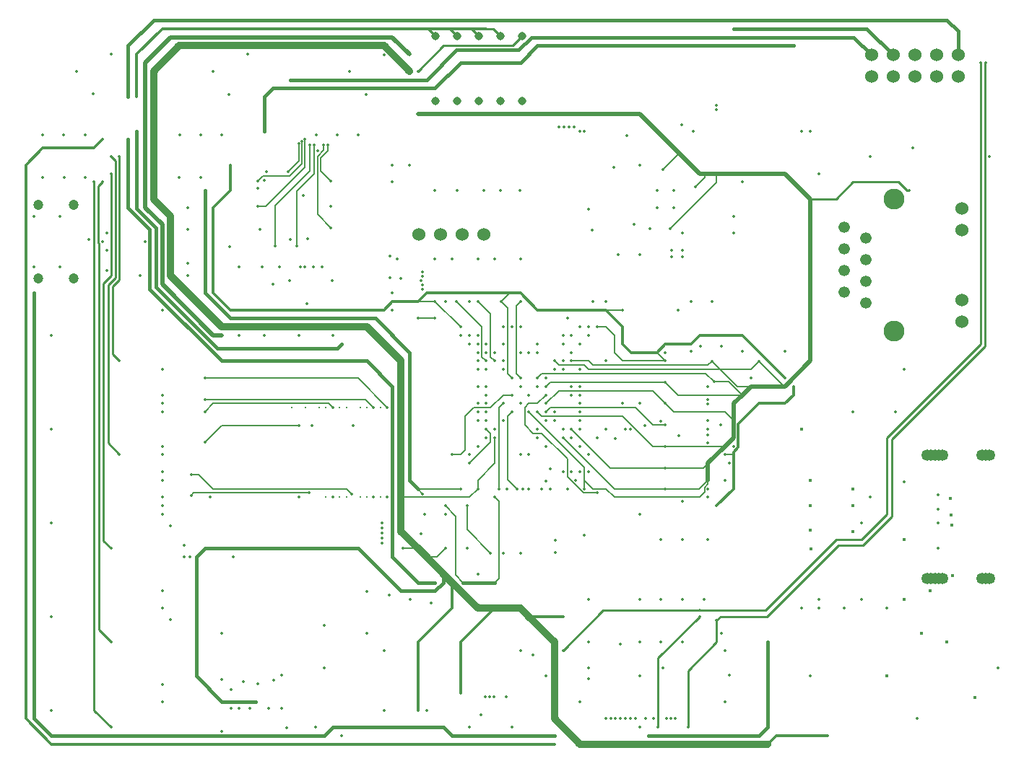
<source format=gbr>
G04 EAGLE Gerber RS-274X export*
G75*
%MOMM*%
%FSLAX34Y34*%
%LPD*%
%INCopper Layer 2*%
%IPPOS*%
%AMOC8*
5,1,8,0,0,1.08239X$1,22.5*%
G01*
%ADD10C,1.335000*%
%ADD11C,1.530000*%
%ADD12C,2.445000*%
%ADD13C,1.524000*%
%ADD14C,0.975000*%
%ADD15C,1.350000*%
%ADD16C,1.200000*%
%ADD17C,0.353200*%
%ADD18C,0.406400*%
%ADD19C,0.152400*%
%ADD20C,0.254000*%
%ADD21C,0.508000*%
%ADD22C,0.812800*%
%ADD23C,0.304800*%
%ADD24C,0.303200*%
%ADD25C,0.403200*%


D10*
X1004900Y538100D03*
X979500Y550800D03*
X1004900Y563500D03*
X979500Y576200D03*
X1004900Y588900D03*
X979500Y601600D03*
X1004900Y614300D03*
X979500Y627000D03*
D11*
X1117400Y516350D03*
X1117400Y541750D03*
X1117400Y648850D03*
X1117400Y623450D03*
D12*
X1037900Y505150D03*
X1037900Y660050D03*
D13*
X557495Y618508D03*
X532095Y618508D03*
X506695Y618508D03*
X481295Y618508D03*
X1112997Y828994D03*
X1112997Y803594D03*
X1087597Y828994D03*
X1087597Y803594D03*
X1062197Y828994D03*
X1062197Y803594D03*
X1036797Y828994D03*
X1036797Y803594D03*
X1011397Y828994D03*
X1011397Y803594D03*
D14*
X551300Y775100D03*
X551300Y851300D03*
X525900Y775100D03*
X525900Y851300D03*
X500500Y775100D03*
X500500Y851300D03*
X576700Y775100D03*
X576700Y851300D03*
X602100Y775100D03*
X602100Y851300D03*
D15*
X1086000Y214500D03*
X1077000Y214500D03*
X1095000Y214500D03*
X1090500Y214500D03*
X1081500Y214500D03*
X1145500Y214500D03*
X1141500Y214500D03*
X1149500Y214500D03*
X1086000Y359500D03*
X1077000Y359500D03*
X1095000Y359500D03*
X1090500Y359500D03*
X1081500Y359500D03*
X1145500Y359500D03*
X1141500Y359500D03*
X1149500Y359500D03*
D16*
X76500Y653200D03*
X76500Y566800D03*
X34500Y653200D03*
X34500Y566800D03*
D17*
X40000Y735500D03*
X64500Y735500D03*
X90000Y735500D03*
X40000Y685500D03*
X65000Y685500D03*
X90000Y685500D03*
X120500Y830000D03*
X280000Y830000D03*
X440000Y829500D03*
X400000Y810000D03*
X419000Y783000D03*
X240000Y810000D03*
X258500Y783000D03*
X99000Y783500D03*
X80000Y810000D03*
X200500Y735000D03*
X225000Y735000D03*
X250000Y735000D03*
X200000Y685000D03*
X225000Y685000D03*
X360500Y735000D03*
X385000Y735000D03*
X410000Y735000D03*
X30000Y640000D03*
X60000Y640000D03*
X30000Y580000D03*
X60000Y580000D03*
X115500Y620000D03*
X115500Y600000D03*
X160000Y610000D03*
X115000Y576000D03*
X210000Y650000D03*
X210000Y624500D03*
X210000Y585000D03*
X210000Y570000D03*
X292500Y673000D03*
X302500Y692500D03*
X362500Y716500D03*
X377500Y651500D03*
X760000Y650000D03*
X780000Y650000D03*
X760000Y670000D03*
X780000Y670000D03*
X180000Y530000D03*
X180000Y420000D03*
X180000Y310000D03*
X180000Y200000D03*
X180000Y90000D03*
X180000Y460000D03*
X180000Y430000D03*
X180000Y410000D03*
X180000Y360000D03*
X180000Y340000D03*
X180000Y330000D03*
X180000Y300000D03*
X180000Y290000D03*
X180000Y180000D03*
X180000Y70000D03*
X540000Y360000D03*
X550000Y370000D03*
X560000Y380000D03*
X570000Y390000D03*
X580000Y400000D03*
X600000Y420000D03*
X600000Y440000D03*
X620000Y440000D03*
X610000Y430000D03*
X580000Y460000D03*
X580000Y470000D03*
X540000Y500000D03*
X550000Y490000D03*
X560000Y480000D03*
X640000Y460000D03*
X650000Y470000D03*
X660000Y480000D03*
X670000Y490000D03*
X680000Y500000D03*
X640000Y400000D03*
X650000Y390000D03*
X660000Y380000D03*
X670000Y370000D03*
X680000Y360000D03*
X50000Y60000D03*
X50000Y170000D03*
X50000Y280000D03*
X50000Y390000D03*
X50000Y500000D03*
X740000Y190000D03*
X765000Y190000D03*
X790000Y190000D03*
X815000Y190000D03*
X740000Y140000D03*
X765000Y140000D03*
X790000Y140000D03*
X680000Y110000D03*
X740000Y100000D03*
X767448Y110000D03*
X420000Y150000D03*
X540000Y40000D03*
X590000Y40000D03*
X390000Y30000D03*
X553500Y55000D03*
X490000Y60000D03*
X356000Y394500D03*
X404000Y394500D03*
X340000Y310000D03*
X380000Y310000D03*
X428000Y310000D03*
X444000Y310000D03*
X236000Y310000D03*
X670000Y70000D03*
X840000Y70000D03*
X740000Y40000D03*
X630000Y100000D03*
X680000Y190000D03*
X680000Y140000D03*
X980000Y180000D03*
X1030000Y180000D03*
X950000Y190000D03*
X1000000Y190000D03*
X1000000Y280000D03*
X1010000Y310000D03*
X1090000Y250000D03*
X1090000Y280000D03*
X1090000Y296052D03*
X1090000Y312511D03*
X1050000Y327948D03*
X990000Y410000D03*
X1040000Y410000D03*
X740000Y700000D03*
X930000Y740000D03*
X950000Y690000D03*
X850000Y640000D03*
X850000Y620000D03*
X715000Y595000D03*
X740000Y595000D03*
X800000Y540000D03*
X825000Y540000D03*
X784500Y530000D03*
X770000Y480000D03*
X811000Y487500D03*
X835500Y487500D03*
X800000Y481500D03*
X860000Y481500D03*
X910000Y481500D03*
X819635Y439635D03*
X820000Y419944D03*
X820000Y383500D03*
X820000Y373552D03*
X820000Y320000D03*
X820000Y310000D03*
X820000Y260000D03*
X790000Y260000D03*
X764500Y260000D03*
X550000Y220000D03*
X500000Y670000D03*
X525500Y670000D03*
X557500Y670000D03*
X576500Y670000D03*
X599500Y670000D03*
X500000Y590000D03*
X520000Y590000D03*
X550000Y590000D03*
X570000Y590000D03*
X600000Y590000D03*
X483500Y564500D03*
X450000Y530000D03*
X450000Y550000D03*
X450000Y700000D03*
X450000Y680000D03*
X470000Y700000D03*
X270000Y500000D03*
X380000Y500000D03*
X700000Y540000D03*
X870000Y450000D03*
X1050000Y460000D03*
X580000Y244500D03*
X600000Y244500D03*
X675000Y265500D03*
X1060000Y720000D03*
X1150000Y710000D03*
X940000Y740000D03*
X154500Y570000D03*
X317500Y580000D03*
X347000Y580000D03*
X367500Y580000D03*
X297500Y580000D03*
X342000Y580000D03*
X357500Y580000D03*
X270000Y580000D03*
X487500Y290000D03*
X512500Y290000D03*
X250000Y150000D03*
X250000Y96000D03*
X270000Y62000D03*
X250000Y35322D03*
X360000Y40000D03*
X370000Y110000D03*
X370000Y160000D03*
X300000Y500000D03*
X740000Y290000D03*
X30000Y550000D03*
D18*
X30000Y50000D01*
X50000Y30000D01*
X370000Y30000D01*
X380000Y40000D01*
X510000Y40000D01*
X520000Y30000D01*
X640000Y30000D01*
D17*
X640000Y30000D03*
X750000Y30000D03*
D18*
X880000Y30000D02*
X890000Y40000D01*
X890000Y140000D01*
D17*
X890000Y140000D03*
D18*
X880000Y30000D02*
X750000Y30000D01*
X1011397Y828994D02*
X990391Y850000D01*
X525174Y835174D02*
X490000Y800000D01*
X597897Y835174D02*
X612723Y850000D01*
X597897Y835174D02*
X525174Y835174D01*
X490000Y800000D02*
X330000Y800000D01*
D17*
X330000Y800000D03*
D18*
X612723Y850000D02*
X990391Y850000D01*
D17*
X580000Y490000D03*
X485500Y554444D03*
X512500Y540000D03*
X600000Y510000D03*
X485500Y574500D03*
X590000Y510000D03*
X485500Y569444D03*
X460000Y567000D03*
X447448Y567500D03*
X540000Y540000D03*
X580000Y510000D03*
X485500Y559500D03*
X455552Y590000D03*
X447448Y593000D03*
X259500Y604500D03*
X330500Y612979D03*
X110000Y610000D03*
X94000Y612500D03*
D19*
X635000Y445000D02*
X770000Y445000D01*
D17*
X620000Y450000D03*
D19*
X625000Y455000D01*
D17*
X660000Y470000D03*
X630000Y440000D03*
D19*
X635000Y445000D01*
D17*
X620000Y410000D03*
X660000Y390000D03*
D19*
X625000Y405000D02*
X620000Y410000D01*
D17*
X650000Y380000D03*
X630000Y420000D03*
D19*
X755000Y435000D02*
X770000Y420000D01*
X755000Y435000D02*
X645000Y435000D01*
X630000Y420000D01*
D17*
X770000Y420000D03*
X824500Y469500D03*
X879500Y469500D03*
X827000Y445500D03*
X770000Y445000D03*
X770000Y369500D03*
X770000Y344500D03*
X770000Y319500D03*
X570000Y380000D03*
D19*
X570000Y350000D01*
X550000Y330000D02*
X550000Y320000D01*
D17*
X550000Y320000D03*
D19*
X550000Y330000D02*
X570000Y350000D01*
D17*
X610000Y410000D03*
D19*
X675000Y345000D01*
X675000Y330000D01*
D17*
X675000Y320000D03*
D19*
X675000Y330000D01*
X710500Y319500D02*
X770000Y319500D01*
X710500Y319500D02*
X650000Y380000D01*
D17*
X600000Y450000D03*
D19*
X595000Y455000D01*
X595000Y535000D01*
X600000Y540000D01*
D17*
X600000Y540000D03*
D19*
X719500Y405000D02*
X755000Y369500D01*
X770000Y369500D01*
X719500Y405000D02*
X625000Y405000D01*
X660000Y390000D02*
X705500Y344500D01*
X770000Y344500D01*
X827000Y445500D02*
X817500Y455000D01*
X625000Y455000D01*
X660000Y470000D02*
X680000Y470000D01*
X685000Y465000D01*
X820000Y465000D01*
X824500Y469500D01*
D17*
X640000Y470000D03*
D19*
X645000Y465000D02*
X675000Y465000D01*
X645000Y465000D02*
X640000Y470000D01*
X675000Y465000D02*
X680000Y460000D01*
X870000Y460000D01*
X879500Y469500D01*
D17*
X380000Y415500D03*
X428000Y415500D03*
X444000Y415500D03*
D19*
X409500Y450000D01*
X230000Y450000D01*
D17*
X230000Y450000D03*
D19*
X418500Y425000D02*
X428000Y415500D01*
X418500Y425000D02*
X230000Y425000D01*
D17*
X230000Y425000D03*
D19*
X375500Y420000D02*
X380000Y415500D01*
X240000Y420000D02*
X230000Y410000D01*
D17*
X230000Y410000D03*
D19*
X240000Y420000D02*
X375500Y420000D01*
D17*
X340000Y394500D03*
D19*
X249500Y394500D01*
X230000Y375000D01*
D17*
X230000Y375000D03*
X292000Y651500D03*
X327500Y692500D03*
X377500Y681500D03*
X377500Y626500D03*
X480000Y810000D03*
D20*
X510000Y840000D01*
X590800Y840000D02*
X602100Y851300D01*
X590800Y840000D02*
X510000Y840000D01*
D19*
X340000Y705000D02*
X327500Y692500D01*
X340000Y705000D02*
X340000Y725000D01*
D17*
X340000Y725000D03*
X292500Y681556D03*
D19*
X297944Y687000D01*
X344000Y701500D02*
X344000Y727500D01*
D17*
X344000Y727500D03*
D19*
X329500Y687000D02*
X297944Y687000D01*
X329500Y687000D02*
X344000Y701500D01*
X301500Y651500D02*
X292000Y651500D01*
X347500Y697500D02*
X347500Y730682D01*
D17*
X347500Y730682D03*
D19*
X347500Y697500D02*
X301500Y651500D01*
D17*
X312500Y604948D03*
D19*
X312500Y652500D01*
X353000Y693000D02*
X353000Y723500D01*
D17*
X353000Y723500D03*
D19*
X353000Y693000D02*
X312500Y652500D01*
D17*
X337500Y605000D03*
D19*
X337500Y669500D01*
X358000Y690000D02*
X358000Y723500D01*
D17*
X358000Y723500D03*
D19*
X358000Y690000D02*
X337500Y669500D01*
X362000Y642000D02*
X377500Y626500D01*
X369500Y717500D02*
X369500Y723500D01*
D17*
X369500Y723500D03*
D19*
X362000Y710000D02*
X362000Y642000D01*
X362000Y710000D02*
X369500Y717500D01*
X366000Y693000D02*
X377500Y681500D01*
X374500Y717000D02*
X374500Y723500D01*
D17*
X374500Y723500D03*
D19*
X366000Y708500D02*
X366000Y693000D01*
X366000Y708500D02*
X374500Y717000D01*
D17*
X470000Y830000D03*
D21*
X450000Y850000D01*
X190000Y850000D01*
X160000Y820000D01*
X160000Y650000D02*
X180000Y630000D01*
X180000Y560000D01*
X240000Y500000D01*
X250000Y500000D01*
D17*
X250000Y500000D03*
D21*
X160000Y650000D02*
X160000Y820000D01*
D17*
X462500Y250000D03*
X512500Y250000D03*
X470000Y810000D03*
D22*
X440000Y840000D01*
X200000Y840000D01*
X170000Y810000D01*
X170000Y660000D01*
X190000Y640000D01*
X190000Y570000D01*
X250000Y510000D01*
X360000Y510000D01*
X420000Y510000D01*
X460000Y470000D01*
X460000Y310000D01*
X460000Y270000D01*
X480000Y250000D01*
X490000Y240000D01*
X510000Y220000D01*
X520000Y210000D01*
X550000Y180000D01*
X570000Y180000D01*
X600000Y180000D01*
X610000Y170000D01*
X640000Y140000D01*
X640000Y50000D01*
X670000Y20000D02*
X890000Y20000D01*
X670000Y20000D02*
X640000Y50000D01*
D17*
X530000Y80000D03*
D23*
X530000Y140000D01*
X570000Y180000D01*
D17*
X480000Y60000D03*
D23*
X480000Y140000D01*
X520000Y180000D01*
X520000Y210000D01*
D17*
X650000Y170000D03*
D23*
X610000Y170000D01*
D17*
X960000Y30000D03*
D23*
X900000Y30000D01*
X890000Y20000D01*
D19*
X550000Y320000D02*
X540000Y310000D01*
X460000Y310000D01*
X512500Y250000D02*
X502500Y240000D01*
X490000Y240000D01*
X480000Y250000D02*
X462500Y250000D01*
D17*
X352052Y315000D03*
D19*
X217000Y315000D01*
X214000Y312000D01*
D17*
X214000Y312000D03*
X402000Y314000D03*
D19*
X396000Y320000D01*
X223000Y337000D02*
X214000Y337000D01*
D17*
X214000Y337000D03*
D19*
X240000Y320000D02*
X396000Y320000D01*
X240000Y320000D02*
X223000Y337000D01*
D18*
X510000Y220000D02*
X510000Y210000D01*
X500000Y200000D01*
X460000Y200000D01*
X230000Y250000D02*
X220000Y240000D01*
X410000Y250000D02*
X460000Y200000D01*
X410000Y250000D02*
X388000Y250000D01*
X338000Y250000D01*
X288000Y250000D01*
X237500Y250000D01*
X230000Y250000D01*
X220000Y240000D02*
X220000Y210000D01*
D17*
X237500Y250000D03*
X288000Y250000D03*
X338000Y250000D03*
X388000Y250000D03*
D21*
X810000Y690000D02*
X816000Y690000D01*
X830000Y690000D01*
X860000Y690000D01*
X910000Y690000D01*
X940000Y660000D01*
X940000Y470000D01*
X910000Y440000D01*
X870000Y440000D02*
X860000Y430000D01*
X850000Y420000D01*
X850000Y400000D01*
X850000Y380000D01*
X820000Y350000D02*
X820000Y330000D01*
X780000Y720000D02*
X740000Y760000D01*
X780000Y720000D02*
X785250Y714750D01*
X810000Y690000D01*
X880000Y440000D02*
X910000Y440000D01*
X880000Y440000D02*
X870000Y440000D01*
X850000Y380000D02*
X840000Y370000D01*
X820000Y350000D01*
D17*
X880000Y440000D03*
D19*
X785000Y430000D02*
X770000Y445000D01*
X785000Y430000D02*
X860000Y430000D01*
X780000Y410000D02*
X770000Y420000D01*
X780000Y410000D02*
X840000Y410000D01*
X850000Y400000D01*
X839500Y369500D02*
X770000Y369500D01*
X839500Y369500D02*
X840000Y370000D01*
X814500Y344500D02*
X770000Y344500D01*
X814500Y344500D02*
X820000Y350000D01*
X809500Y319500D02*
X770000Y319500D01*
X809500Y319500D02*
X820000Y330000D01*
X827000Y445500D02*
X844500Y445500D01*
X860000Y430000D01*
X854000Y440000D02*
X824500Y469500D01*
X854000Y440000D02*
X870000Y440000D01*
X879500Y469500D02*
X909000Y440000D01*
X910000Y440000D01*
D17*
X779010Y720000D03*
D19*
X780000Y720000D01*
D17*
X767500Y694400D03*
D19*
X785250Y712150D01*
X785250Y714750D01*
D17*
X805000Y674000D03*
D19*
X816000Y685000D01*
X816000Y690000D01*
D17*
X776000Y625500D03*
D19*
X830000Y679500D01*
X830000Y690000D01*
D17*
X860000Y690000D03*
X1056000Y670000D03*
D20*
X1053500Y670000D01*
X1043500Y680000D01*
X990000Y680000D01*
X970000Y660000D01*
X940000Y660000D01*
D17*
X360000Y510000D03*
X500000Y520000D03*
D19*
X480000Y520000D01*
D17*
X480000Y520000D03*
X420000Y510000D03*
D19*
X675000Y330000D02*
X685000Y320000D01*
X700000Y320000D01*
X710000Y310000D01*
X810000Y310000D01*
X815948Y315948D01*
X820000Y325730D02*
X820000Y330000D01*
X815948Y321678D02*
X815948Y315948D01*
X815948Y321678D02*
X820000Y325730D01*
D17*
X220000Y210000D03*
X480000Y760000D03*
D21*
X610000Y760000D02*
X740000Y760000D01*
X610000Y760000D02*
X480000Y760000D01*
D17*
X610000Y760000D03*
D18*
X1005791Y860000D02*
X1036797Y828994D01*
X1005791Y860000D02*
X850000Y860000D01*
D17*
X850000Y860000D03*
D18*
X220000Y100000D02*
X250000Y70000D01*
X290000Y70000D01*
D17*
X290000Y70000D03*
D18*
X220000Y100000D02*
X220000Y210000D01*
D17*
X560000Y390000D03*
D19*
X565000Y385000D01*
X565000Y375000D01*
D17*
X580000Y420000D03*
D19*
X575000Y415000D01*
X575000Y320000D01*
D17*
X575000Y320000D03*
X560000Y470000D03*
D19*
X555000Y475000D01*
X555000Y510000D02*
X525000Y540000D01*
D17*
X525000Y540000D03*
D19*
X555000Y510000D02*
X555000Y475000D01*
D17*
X570000Y470000D03*
D19*
X565000Y475000D01*
X565000Y525000D02*
X550000Y540000D01*
D17*
X550000Y540000D03*
D19*
X565000Y525000D02*
X565000Y475000D01*
D17*
X590000Y430000D03*
D19*
X580000Y430000D01*
X565000Y415000D01*
X545000Y415000D01*
X535000Y405000D01*
X535000Y365000D01*
D17*
X150000Y780000D03*
D23*
X150000Y830000D01*
X180000Y860000D01*
X490000Y860000D01*
X510000Y860000D01*
X540000Y860000D01*
X560000Y860000D01*
D20*
X500500Y851300D02*
X491800Y860000D01*
X490000Y860000D01*
X517200Y860000D02*
X525900Y851300D01*
X517200Y860000D02*
X510000Y860000D01*
X542600Y860000D02*
X551300Y851300D01*
X542600Y860000D02*
X540000Y860000D01*
X568000Y860000D02*
X576700Y851300D01*
X568000Y860000D02*
X560000Y860000D01*
D17*
X120000Y40000D03*
D20*
X100000Y60000D02*
X100000Y680000D01*
D17*
X100000Y680000D03*
D20*
X100000Y60000D02*
X120000Y40000D01*
D17*
X120000Y140000D03*
D20*
X105500Y154500D01*
D17*
X110000Y680000D03*
D20*
X105440Y608111D02*
X105500Y608051D01*
X105440Y608111D02*
X105440Y675440D01*
X110000Y680000D01*
X105500Y608051D02*
X105500Y154500D01*
D17*
X120000Y250000D03*
D20*
X111000Y259000D01*
D17*
X120000Y690000D03*
D20*
X120000Y621949D02*
X120060Y621889D01*
X120000Y621949D02*
X120000Y690000D01*
X120060Y621889D02*
X120060Y570060D01*
X111000Y561000D02*
X111000Y259000D01*
X111000Y561000D02*
X120060Y570060D01*
D17*
X130000Y360000D03*
D20*
X116500Y373500D01*
X125000Y705000D02*
X120000Y710000D01*
D17*
X120000Y710000D03*
D20*
X116500Y559000D02*
X116500Y373500D01*
X116500Y559000D02*
X125000Y567500D01*
X125000Y705000D01*
D17*
X130000Y470000D03*
D20*
X122000Y478000D01*
X122000Y557500D02*
X130000Y565500D01*
X130000Y710000D01*
D17*
X130000Y710000D03*
D20*
X122000Y557500D02*
X122000Y478000D01*
D17*
X110000Y730000D03*
D23*
X100000Y720000D01*
X40000Y720000D01*
X20000Y700000D01*
X20000Y50000D01*
X50000Y20000D01*
X640000Y20000D01*
D17*
X640000Y20000D03*
X140000Y730000D03*
D18*
X140000Y650000D02*
X165500Y624500D01*
X165500Y554500D01*
X250000Y470000D02*
X420000Y470000D01*
X450000Y440000D01*
X450000Y240000D02*
X480000Y210000D01*
X500000Y210000D01*
D17*
X500000Y210000D03*
D18*
X140000Y650000D02*
X140000Y730000D01*
X165500Y554500D02*
X250000Y470000D01*
X450000Y440000D02*
X450000Y290000D01*
X450000Y240000D01*
D17*
X450000Y290000D03*
D19*
X570000Y210000D02*
X575000Y215000D01*
X524500Y218500D02*
X524500Y287500D01*
X524500Y218500D02*
X533000Y210000D01*
D17*
X533000Y210000D03*
D18*
X570000Y210000D01*
D17*
X520000Y360000D03*
D19*
X530000Y360000D01*
X535000Y365000D01*
D17*
X540000Y350000D03*
D19*
X565000Y375000D01*
D17*
X150000Y740000D03*
D18*
X390000Y490000D02*
X385000Y485000D01*
D17*
X390000Y490000D03*
D18*
X150000Y649000D02*
X150000Y740000D01*
X150000Y649000D02*
X172500Y626500D01*
X172500Y557000D01*
X244500Y485000D01*
X385000Y485000D01*
D17*
X140000Y780000D03*
D18*
X140000Y840000D01*
X170000Y870000D01*
X1100000Y870000D01*
X1112997Y857003D02*
X1112997Y828994D01*
X1112997Y857003D02*
X1100000Y870000D01*
D17*
X512000Y300000D03*
D19*
X524500Y287500D01*
D17*
X570000Y310000D03*
D19*
X575000Y305000D01*
X575000Y215000D01*
D17*
X630000Y410000D03*
D19*
X635000Y415000D02*
X735000Y415000D01*
X635000Y415000D02*
X630000Y410000D01*
X735000Y415000D02*
X755000Y395000D01*
X770000Y395000D01*
D17*
X770000Y395000D03*
X530000Y510000D03*
D19*
X500000Y540000D01*
D17*
X500000Y540000D03*
X690000Y510000D03*
X590000Y450000D03*
D19*
X585000Y455000D01*
D17*
X577500Y540000D03*
D19*
X585000Y532500D01*
X585000Y455000D01*
X690000Y510000D02*
X700000Y510000D01*
X710000Y500000D01*
X710000Y480000D01*
X720000Y470000D01*
X770000Y470000D01*
D17*
X770000Y470000D03*
X300000Y740000D03*
X230000Y670000D03*
D18*
X230000Y550000D01*
X260000Y520000D01*
X430000Y520000D01*
X470000Y480000D01*
X470000Y330000D01*
X480000Y320000D01*
D17*
X565000Y244500D03*
D19*
X537500Y272000D01*
X537500Y300000D01*
D17*
X537500Y300000D03*
X530000Y320000D03*
D19*
X480000Y320000D01*
D17*
X485500Y314052D03*
D19*
X480000Y319552D01*
X480000Y320000D01*
D17*
X260000Y700000D03*
D23*
X260000Y670000D01*
X240000Y650000D01*
X240000Y550000D01*
X260000Y530000D01*
X440000Y530000D02*
X450000Y540000D01*
X480000Y540000D01*
X490000Y550000D01*
X590000Y550000D01*
X600000Y550000D01*
X620000Y530000D02*
X700000Y530000D01*
X720000Y510000D01*
X720000Y490000D02*
X730000Y480000D01*
X760000Y480000D01*
X770000Y490000D01*
X800000Y490000D02*
X810000Y500000D01*
X860000Y500000D01*
D17*
X910000Y450000D03*
X920000Y440000D03*
D23*
X920000Y430000D01*
X910000Y420000D01*
X880000Y420000D01*
X850000Y363192D02*
X850000Y360000D01*
X850000Y320000D01*
X855588Y368780D02*
X855588Y395588D01*
X855588Y368780D02*
X850000Y363192D01*
X850000Y320000D02*
X830000Y300000D01*
D17*
X830000Y300000D03*
D23*
X440000Y530000D02*
X260000Y530000D01*
X600000Y550000D02*
X620000Y530000D01*
X720000Y510000D02*
X720000Y490000D01*
X770000Y490000D02*
X800000Y490000D01*
X860000Y500000D02*
X910000Y450000D01*
X880000Y420000D02*
X855588Y395588D01*
D17*
X840000Y360000D03*
D19*
X850000Y360000D01*
X770000Y470000D02*
X760000Y480000D01*
D17*
X720000Y530000D03*
D19*
X700000Y530000D01*
X587500Y550000D02*
X577500Y540000D01*
X587500Y550000D02*
X590000Y550000D01*
X500000Y540000D02*
X480000Y540000D01*
D17*
X920000Y840000D03*
D18*
X600000Y820000D02*
X530000Y820000D01*
X500000Y790000D01*
X310000Y790000D01*
X300000Y780000D01*
X620000Y840000D02*
X920000Y840000D01*
X620000Y840000D02*
X600000Y820000D01*
X300000Y780000D02*
X300000Y740000D01*
D17*
X630000Y450000D03*
X685000Y540000D03*
X590000Y410000D03*
D19*
X585000Y405000D01*
X585000Y331000D01*
X596000Y320000D01*
D17*
X596000Y320000D03*
X786000Y382500D03*
X790000Y305000D03*
X655000Y520000D03*
X651365Y744365D03*
X650000Y490000D03*
X645500Y744500D03*
X650000Y500000D03*
X656980Y744480D03*
X680000Y510000D03*
X675056Y740000D03*
X670000Y510000D03*
X670000Y740000D03*
X550000Y440000D03*
X180000Y370000D03*
X560000Y440000D03*
X190000Y276500D03*
X560000Y430000D03*
X190000Y166500D03*
X263000Y240000D03*
X212500Y240000D03*
X660000Y500000D03*
X662596Y744596D03*
X437500Y274000D03*
X600000Y360000D03*
X437500Y268000D03*
X603000Y320000D03*
X437500Y262000D03*
X610000Y360000D03*
X437500Y256500D03*
X620000Y380000D03*
X610000Y320000D03*
X483500Y267500D03*
X537500Y250000D03*
X625000Y320000D03*
X437500Y280000D03*
X584000Y320000D03*
X630000Y430000D03*
D19*
X620000Y420000D01*
X610000Y420000D01*
X605000Y415000D01*
X605000Y395000D01*
X615000Y385000D01*
X625000Y385000D01*
X655000Y355000D01*
X674000Y315000D02*
X690000Y315000D01*
D17*
X690000Y315000D03*
D19*
X655000Y334000D02*
X655000Y355000D01*
X655000Y334000D02*
X674000Y315000D01*
D17*
X471000Y190500D03*
X630000Y370000D03*
X495500Y186000D03*
X620000Y390000D03*
X641000Y259500D03*
X641000Y245000D03*
X446000Y195000D03*
X630000Y400000D03*
X635112Y320000D03*
X635000Y343500D03*
X420000Y199500D03*
X630056Y329000D03*
X558500Y75500D03*
X650000Y340000D03*
X563556Y75500D03*
X655000Y320000D03*
X568612Y75500D03*
X665000Y330000D03*
X600000Y130000D03*
X660000Y340000D03*
X583500Y75500D03*
X670000Y340000D03*
X680000Y340000D03*
X615000Y125000D03*
D24*
X412000Y310000D03*
D17*
X550000Y410000D03*
D24*
X388000Y310000D03*
D17*
X550000Y420000D03*
D24*
X372000Y310000D03*
D17*
X560000Y420000D03*
D24*
X436000Y310000D03*
D17*
X550000Y400000D03*
D24*
X420000Y310000D03*
D17*
X560000Y400000D03*
D24*
X396000Y310000D03*
D17*
X560000Y410000D03*
D24*
X388000Y415500D03*
D17*
X550000Y480000D03*
D24*
X348000Y415500D03*
D17*
X550000Y500000D03*
D24*
X372000Y415500D03*
D17*
X560000Y490000D03*
D24*
X364000Y415500D03*
D17*
X540000Y490000D03*
D24*
X412000Y415500D03*
D17*
X550000Y470000D03*
D24*
X436000Y415500D03*
D17*
X560000Y460000D03*
D24*
X396000Y415500D03*
D17*
X570000Y480000D03*
D24*
X420000Y415500D03*
D17*
X550000Y460000D03*
D24*
X332000Y415500D03*
D17*
X530000Y500000D03*
X789500Y747500D03*
X620000Y480000D03*
X670000Y460000D03*
X680000Y648500D03*
X845000Y350000D03*
X830000Y770000D03*
X600000Y480000D03*
X830000Y764944D03*
X610000Y480000D03*
X620000Y490000D03*
X802500Y740000D03*
X781612Y50000D03*
X740000Y420000D03*
X771500Y50000D03*
X764500Y399052D03*
X729000Y50000D03*
X728885Y389885D03*
X640000Y410000D03*
X680000Y97000D03*
X746500Y50000D03*
X746000Y394000D03*
X756500Y50000D03*
X670000Y420000D03*
X723000Y50000D03*
X723000Y390000D03*
X734865Y50135D03*
X670000Y410000D03*
X711500Y50000D03*
X700000Y390000D03*
X700000Y50000D03*
X690000Y380000D03*
X705865Y50135D03*
X670000Y390000D03*
X717365Y50135D03*
X711500Y378500D03*
X670000Y400000D03*
X717500Y137500D03*
X776556Y50000D03*
X720000Y420000D03*
X670000Y430000D03*
X820000Y400000D03*
X670000Y440000D03*
X820000Y425000D03*
X660000Y440000D03*
X835000Y395000D03*
X660000Y430000D03*
X820000Y390000D03*
X700000Y470000D03*
X684500Y624000D03*
X840000Y330000D03*
X840000Y130000D03*
X845000Y101500D03*
X940000Y100000D03*
X950000Y180000D03*
X930000Y180000D03*
X650000Y460000D03*
X850000Y370000D03*
X835500Y150000D03*
X1065000Y50000D03*
X329500Y564500D03*
X379500Y564500D03*
X350910Y613090D03*
X299500Y682000D03*
X345500Y664500D03*
X295000Y624500D03*
X310500Y95259D03*
X305000Y62500D03*
X292500Y91207D03*
X282500Y62000D03*
X260500Y84052D03*
X260500Y62000D03*
X205500Y254000D03*
X205500Y240000D03*
X440000Y60000D03*
X440000Y130000D03*
X1010000Y710000D03*
X751500Y625000D03*
X790352Y620000D03*
X733000Y630000D03*
X860000Y680000D03*
X709500Y697000D03*
X724500Y734500D03*
X790352Y592500D03*
X777248Y592500D03*
X777248Y600000D03*
X790352Y600000D03*
X796500Y40000D03*
D20*
X796500Y106500D01*
X830000Y140000D01*
D17*
X830000Y165500D03*
D20*
X830000Y140000D01*
X830000Y165500D02*
X834500Y170000D01*
X889000Y170000D01*
X973000Y254000D01*
X1145000Y819000D02*
X1146000Y820000D01*
D17*
X1146000Y820000D03*
D20*
X1002000Y254000D02*
X973000Y254000D01*
X1002000Y254000D02*
X1035500Y287500D01*
X1035500Y378000D01*
X1145000Y487500D01*
X1145000Y819000D01*
D17*
X761500Y40000D03*
D20*
X761500Y121500D01*
X810000Y170000D01*
D17*
X810000Y170000D03*
X810000Y177000D03*
D20*
X697000Y177000D01*
X650000Y130000D01*
D17*
X650000Y130000D03*
D20*
X810000Y177000D02*
X887000Y177000D01*
X970000Y260000D01*
X1000000Y260000D01*
X1030000Y290000D01*
X1030000Y380000D01*
D17*
X1140000Y820000D03*
D20*
X1140000Y490000D02*
X1030000Y380000D01*
X1140000Y490000D02*
X1140000Y820000D01*
D25*
X940000Y300000D03*
X940000Y270982D03*
X940291Y249709D03*
X940041Y330041D03*
X930000Y390000D03*
X1100000Y140000D03*
X1132500Y75000D03*
X1080000Y200000D03*
X1030000Y100000D03*
X1050000Y260000D03*
X1050000Y190000D03*
X1070000Y150000D03*
D17*
X1160000Y110000D03*
D25*
X1106500Y218000D03*
D17*
X320000Y101500D03*
X320000Y62500D03*
X275500Y94000D03*
X326000Y39500D03*
D25*
X990000Y320000D03*
X1104041Y308459D03*
X990000Y300000D03*
X1105000Y289500D03*
X990000Y270000D03*
X1105500Y277000D03*
D17*
X340000Y500000D03*
X310000Y560000D03*
X350000Y537000D03*
M02*

</source>
